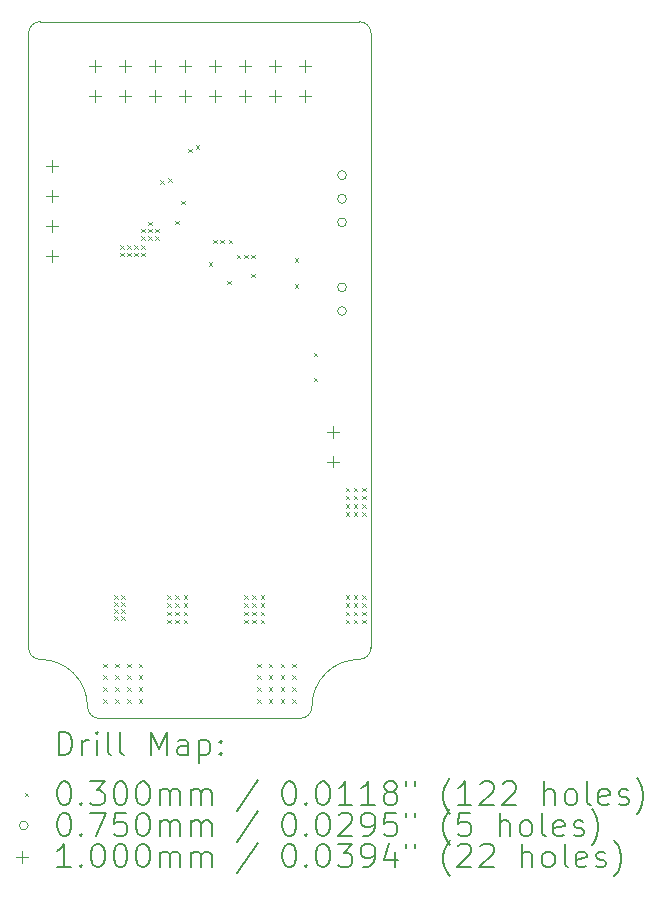
<source format=gbr>
%TF.GenerationSoftware,KiCad,Pcbnew,(6.0.9)*%
%TF.CreationDate,2022-12-02T21:40:30+00:00*%
%TF.ProjectId,PowerManagement,506f7765-724d-4616-9e61-67656d656e74,rev?*%
%TF.SameCoordinates,Original*%
%TF.FileFunction,Drillmap*%
%TF.FilePolarity,Positive*%
%FSLAX45Y45*%
G04 Gerber Fmt 4.5, Leading zero omitted, Abs format (unit mm)*
G04 Created by KiCad (PCBNEW (6.0.9)) date 2022-12-02 21:40:30*
%MOMM*%
%LPD*%
G01*
G04 APERTURE LIST*
%ADD10C,0.050000*%
%ADD11C,0.200000*%
%ADD12C,0.030000*%
%ADD13C,0.075000*%
%ADD14C,0.100000*%
G04 APERTURE END LIST*
D10*
X2150000Y-2050000D02*
X4850000Y-2050000D01*
X4950000Y-2150000D02*
X4950000Y-7350000D01*
X4350000Y-7950000D02*
X2650000Y-7950000D01*
X2050000Y-7350000D02*
X2050000Y-2150000D01*
X2150000Y-2050000D02*
G75*
G03*
X2050000Y-2150000I0J-100000D01*
G01*
X4950000Y-2150000D02*
G75*
G03*
X4850000Y-2050000I-100000J0D01*
G01*
X4350000Y-7950000D02*
G75*
G03*
X4450000Y-7850000I0J100000D01*
G01*
X2550000Y-7850000D02*
G75*
G03*
X2650000Y-7950000I100000J0D01*
G01*
X4850000Y-7450000D02*
G75*
G03*
X4950000Y-7350000I0J100000D01*
G01*
X2050000Y-7350000D02*
G75*
G03*
X2150000Y-7450000I100000J0D01*
G01*
X2550000Y-7850000D02*
G75*
G03*
X2150000Y-7450000I-400000J0D01*
G01*
X4850000Y-7450000D02*
G75*
G03*
X4450000Y-7850000I0J-400000D01*
G01*
D11*
D12*
X2685000Y-7485000D02*
X2715000Y-7515000D01*
X2715000Y-7485000D02*
X2685000Y-7515000D01*
X2685000Y-7585000D02*
X2715000Y-7615000D01*
X2715000Y-7585000D02*
X2685000Y-7615000D01*
X2685000Y-7685000D02*
X2715000Y-7715000D01*
X2715000Y-7685000D02*
X2685000Y-7715000D01*
X2685000Y-7785000D02*
X2715000Y-7815000D01*
X2715000Y-7785000D02*
X2685000Y-7815000D01*
X2775000Y-6905000D02*
X2805000Y-6935000D01*
X2805000Y-6905000D02*
X2775000Y-6935000D01*
X2775000Y-6965000D02*
X2805000Y-6995000D01*
X2805000Y-6965000D02*
X2775000Y-6995000D01*
X2775000Y-7025000D02*
X2805000Y-7055000D01*
X2805000Y-7025000D02*
X2775000Y-7055000D01*
X2775000Y-7085000D02*
X2805000Y-7115000D01*
X2805000Y-7085000D02*
X2775000Y-7115000D01*
X2785000Y-7485000D02*
X2815000Y-7515000D01*
X2815000Y-7485000D02*
X2785000Y-7515000D01*
X2785000Y-7585000D02*
X2815000Y-7615000D01*
X2815000Y-7585000D02*
X2785000Y-7615000D01*
X2785000Y-7685000D02*
X2815000Y-7715000D01*
X2815000Y-7685000D02*
X2785000Y-7715000D01*
X2785000Y-7785000D02*
X2815000Y-7815000D01*
X2815000Y-7785000D02*
X2785000Y-7815000D01*
X2825000Y-3945000D02*
X2855000Y-3975000D01*
X2855000Y-3945000D02*
X2825000Y-3975000D01*
X2825000Y-4005000D02*
X2855000Y-4035000D01*
X2855000Y-4005000D02*
X2825000Y-4035000D01*
X2835000Y-6905000D02*
X2865000Y-6935000D01*
X2865000Y-6905000D02*
X2835000Y-6935000D01*
X2835000Y-6965000D02*
X2865000Y-6995000D01*
X2865000Y-6965000D02*
X2835000Y-6995000D01*
X2835000Y-7025000D02*
X2865000Y-7055000D01*
X2865000Y-7025000D02*
X2835000Y-7055000D01*
X2835000Y-7085000D02*
X2865000Y-7115000D01*
X2865000Y-7085000D02*
X2835000Y-7115000D01*
X2885000Y-3945000D02*
X2915000Y-3975000D01*
X2915000Y-3945000D02*
X2885000Y-3975000D01*
X2885000Y-4005000D02*
X2915000Y-4035000D01*
X2915000Y-4005000D02*
X2885000Y-4035000D01*
X2885000Y-7485000D02*
X2915000Y-7515000D01*
X2915000Y-7485000D02*
X2885000Y-7515000D01*
X2885000Y-7585000D02*
X2915000Y-7615000D01*
X2915000Y-7585000D02*
X2885000Y-7615000D01*
X2885000Y-7685000D02*
X2915000Y-7715000D01*
X2915000Y-7685000D02*
X2885000Y-7715000D01*
X2885000Y-7785000D02*
X2915000Y-7815000D01*
X2915000Y-7785000D02*
X2885000Y-7815000D01*
X2945000Y-3945000D02*
X2975000Y-3975000D01*
X2975000Y-3945000D02*
X2945000Y-3975000D01*
X2945000Y-4005000D02*
X2975000Y-4035000D01*
X2975000Y-4005000D02*
X2945000Y-4035000D01*
X2985000Y-7485000D02*
X3015000Y-7515000D01*
X3015000Y-7485000D02*
X2985000Y-7515000D01*
X2985000Y-7585000D02*
X3015000Y-7615000D01*
X3015000Y-7585000D02*
X2985000Y-7615000D01*
X2985000Y-7685000D02*
X3015000Y-7715000D01*
X3015000Y-7685000D02*
X2985000Y-7715000D01*
X2985000Y-7785000D02*
X3015000Y-7815000D01*
X3015000Y-7785000D02*
X2985000Y-7815000D01*
X3005000Y-3805000D02*
X3035000Y-3835000D01*
X3035000Y-3805000D02*
X3005000Y-3835000D01*
X3005000Y-3865000D02*
X3035000Y-3895000D01*
X3035000Y-3865000D02*
X3005000Y-3895000D01*
X3005000Y-3945000D02*
X3035000Y-3975000D01*
X3035000Y-3945000D02*
X3005000Y-3975000D01*
X3005000Y-4005000D02*
X3035000Y-4035000D01*
X3035000Y-4005000D02*
X3005000Y-4035000D01*
X3065000Y-3745000D02*
X3095000Y-3775000D01*
X3095000Y-3745000D02*
X3065000Y-3775000D01*
X3065000Y-3805000D02*
X3095000Y-3835000D01*
X3095000Y-3805000D02*
X3065000Y-3835000D01*
X3065000Y-3865000D02*
X3095000Y-3895000D01*
X3095000Y-3865000D02*
X3065000Y-3895000D01*
X3125000Y-3805000D02*
X3155000Y-3835000D01*
X3155000Y-3805000D02*
X3125000Y-3835000D01*
X3125000Y-3865000D02*
X3155000Y-3895000D01*
X3155000Y-3865000D02*
X3125000Y-3895000D01*
X3165000Y-3395000D02*
X3195000Y-3425000D01*
X3195000Y-3395000D02*
X3165000Y-3425000D01*
X3225000Y-6905000D02*
X3255000Y-6935000D01*
X3255000Y-6905000D02*
X3225000Y-6935000D01*
X3225000Y-6975000D02*
X3255000Y-7005000D01*
X3255000Y-6975000D02*
X3225000Y-7005000D01*
X3225000Y-7045000D02*
X3255000Y-7075000D01*
X3255000Y-7045000D02*
X3225000Y-7075000D01*
X3225000Y-7115000D02*
X3255000Y-7145000D01*
X3255000Y-7115000D02*
X3225000Y-7145000D01*
X3235000Y-3375000D02*
X3265000Y-3405000D01*
X3265000Y-3375000D02*
X3235000Y-3405000D01*
X3295000Y-3735000D02*
X3325000Y-3765000D01*
X3325000Y-3735000D02*
X3295000Y-3765000D01*
X3295000Y-6905000D02*
X3325000Y-6935000D01*
X3325000Y-6905000D02*
X3295000Y-6935000D01*
X3295000Y-6975000D02*
X3325000Y-7005000D01*
X3325000Y-6975000D02*
X3295000Y-7005000D01*
X3295000Y-7045000D02*
X3325000Y-7075000D01*
X3325000Y-7045000D02*
X3295000Y-7075000D01*
X3295000Y-7115000D02*
X3325000Y-7145000D01*
X3325000Y-7115000D02*
X3295000Y-7145000D01*
X3345000Y-3565000D02*
X3375000Y-3595000D01*
X3375000Y-3565000D02*
X3345000Y-3595000D01*
X3365000Y-6905000D02*
X3395000Y-6935000D01*
X3395000Y-6905000D02*
X3365000Y-6935000D01*
X3365000Y-6975000D02*
X3395000Y-7005000D01*
X3395000Y-6975000D02*
X3365000Y-7005000D01*
X3365000Y-7045000D02*
X3395000Y-7075000D01*
X3395000Y-7045000D02*
X3365000Y-7075000D01*
X3365000Y-7115000D02*
X3395000Y-7145000D01*
X3395000Y-7115000D02*
X3365000Y-7145000D01*
X3405000Y-3125000D02*
X3435000Y-3155000D01*
X3435000Y-3125000D02*
X3405000Y-3155000D01*
X3465000Y-3095000D02*
X3495000Y-3125000D01*
X3495000Y-3095000D02*
X3465000Y-3125000D01*
X3575000Y-4085000D02*
X3605000Y-4115000D01*
X3605000Y-4085000D02*
X3575000Y-4115000D01*
X3615000Y-3895000D02*
X3645000Y-3925000D01*
X3645000Y-3895000D02*
X3615000Y-3925000D01*
X3675000Y-3895000D02*
X3705000Y-3925000D01*
X3705000Y-3895000D02*
X3675000Y-3925000D01*
X3735000Y-4245000D02*
X3765000Y-4275000D01*
X3765000Y-4245000D02*
X3735000Y-4275000D01*
X3745000Y-3895000D02*
X3775000Y-3925000D01*
X3775000Y-3895000D02*
X3745000Y-3925000D01*
X3815000Y-4025000D02*
X3845000Y-4055000D01*
X3845000Y-4025000D02*
X3815000Y-4055000D01*
X3875000Y-4025000D02*
X3905000Y-4055000D01*
X3905000Y-4025000D02*
X3875000Y-4055000D01*
X3875000Y-6905000D02*
X3905000Y-6935000D01*
X3905000Y-6905000D02*
X3875000Y-6935000D01*
X3875000Y-6975000D02*
X3905000Y-7005000D01*
X3905000Y-6975000D02*
X3875000Y-7005000D01*
X3875000Y-7045000D02*
X3905000Y-7075000D01*
X3905000Y-7045000D02*
X3875000Y-7075000D01*
X3875000Y-7115000D02*
X3905000Y-7145000D01*
X3905000Y-7115000D02*
X3875000Y-7145000D01*
X3935000Y-4025000D02*
X3965000Y-4055000D01*
X3965000Y-4025000D02*
X3935000Y-4055000D01*
X3935000Y-4185000D02*
X3965000Y-4215000D01*
X3965000Y-4185000D02*
X3935000Y-4215000D01*
X3945000Y-6905000D02*
X3975000Y-6935000D01*
X3975000Y-6905000D02*
X3945000Y-6935000D01*
X3945000Y-6975000D02*
X3975000Y-7005000D01*
X3975000Y-6975000D02*
X3945000Y-7005000D01*
X3945000Y-7045000D02*
X3975000Y-7075000D01*
X3975000Y-7045000D02*
X3945000Y-7075000D01*
X3945000Y-7115000D02*
X3975000Y-7145000D01*
X3975000Y-7115000D02*
X3945000Y-7145000D01*
X3985000Y-7485000D02*
X4015000Y-7515000D01*
X4015000Y-7485000D02*
X3985000Y-7515000D01*
X3985000Y-7585000D02*
X4015000Y-7615000D01*
X4015000Y-7585000D02*
X3985000Y-7615000D01*
X3985000Y-7685000D02*
X4015000Y-7715000D01*
X4015000Y-7685000D02*
X3985000Y-7715000D01*
X3985000Y-7785000D02*
X4015000Y-7815000D01*
X4015000Y-7785000D02*
X3985000Y-7815000D01*
X4015000Y-6905000D02*
X4045000Y-6935000D01*
X4045000Y-6905000D02*
X4015000Y-6935000D01*
X4015000Y-6975000D02*
X4045000Y-7005000D01*
X4045000Y-6975000D02*
X4015000Y-7005000D01*
X4015000Y-7045000D02*
X4045000Y-7075000D01*
X4045000Y-7045000D02*
X4015000Y-7075000D01*
X4015000Y-7115000D02*
X4045000Y-7145000D01*
X4045000Y-7115000D02*
X4015000Y-7145000D01*
X4085000Y-7485000D02*
X4115000Y-7515000D01*
X4115000Y-7485000D02*
X4085000Y-7515000D01*
X4085000Y-7585000D02*
X4115000Y-7615000D01*
X4115000Y-7585000D02*
X4085000Y-7615000D01*
X4085000Y-7685000D02*
X4115000Y-7715000D01*
X4115000Y-7685000D02*
X4085000Y-7715000D01*
X4085000Y-7785000D02*
X4115000Y-7815000D01*
X4115000Y-7785000D02*
X4085000Y-7815000D01*
X4185000Y-7485000D02*
X4215000Y-7515000D01*
X4215000Y-7485000D02*
X4185000Y-7515000D01*
X4185000Y-7585000D02*
X4215000Y-7615000D01*
X4215000Y-7585000D02*
X4185000Y-7615000D01*
X4185000Y-7685000D02*
X4215000Y-7715000D01*
X4215000Y-7685000D02*
X4185000Y-7715000D01*
X4185000Y-7785000D02*
X4215000Y-7815000D01*
X4215000Y-7785000D02*
X4185000Y-7815000D01*
X4285000Y-7485000D02*
X4315000Y-7515000D01*
X4315000Y-7485000D02*
X4285000Y-7515000D01*
X4285000Y-7585000D02*
X4315000Y-7615000D01*
X4315000Y-7585000D02*
X4285000Y-7615000D01*
X4285000Y-7685000D02*
X4315000Y-7715000D01*
X4315000Y-7685000D02*
X4285000Y-7715000D01*
X4285000Y-7785000D02*
X4315000Y-7815000D01*
X4315000Y-7785000D02*
X4285000Y-7815000D01*
X4305000Y-4055000D02*
X4335000Y-4085000D01*
X4335000Y-4055000D02*
X4305000Y-4085000D01*
X4305000Y-4275000D02*
X4335000Y-4305000D01*
X4335000Y-4275000D02*
X4305000Y-4305000D01*
X4465000Y-4855000D02*
X4495000Y-4885000D01*
X4495000Y-4855000D02*
X4465000Y-4885000D01*
X4465000Y-5065000D02*
X4495000Y-5095000D01*
X4495000Y-5065000D02*
X4465000Y-5095000D01*
X4735000Y-5995000D02*
X4765000Y-6025000D01*
X4765000Y-5995000D02*
X4735000Y-6025000D01*
X4735000Y-6065000D02*
X4765000Y-6095000D01*
X4765000Y-6065000D02*
X4735000Y-6095000D01*
X4735000Y-6135000D02*
X4765000Y-6165000D01*
X4765000Y-6135000D02*
X4735000Y-6165000D01*
X4735000Y-6205000D02*
X4765000Y-6235000D01*
X4765000Y-6205000D02*
X4735000Y-6235000D01*
X4735000Y-6905000D02*
X4765000Y-6935000D01*
X4765000Y-6905000D02*
X4735000Y-6935000D01*
X4735000Y-6975000D02*
X4765000Y-7005000D01*
X4765000Y-6975000D02*
X4735000Y-7005000D01*
X4735000Y-7045000D02*
X4765000Y-7075000D01*
X4765000Y-7045000D02*
X4735000Y-7075000D01*
X4735000Y-7115000D02*
X4765000Y-7145000D01*
X4765000Y-7115000D02*
X4735000Y-7145000D01*
X4805000Y-5995000D02*
X4835000Y-6025000D01*
X4835000Y-5995000D02*
X4805000Y-6025000D01*
X4805000Y-6065000D02*
X4835000Y-6095000D01*
X4835000Y-6065000D02*
X4805000Y-6095000D01*
X4805000Y-6135000D02*
X4835000Y-6165000D01*
X4835000Y-6135000D02*
X4805000Y-6165000D01*
X4805000Y-6205000D02*
X4835000Y-6235000D01*
X4835000Y-6205000D02*
X4805000Y-6235000D01*
X4805000Y-6905000D02*
X4835000Y-6935000D01*
X4835000Y-6905000D02*
X4805000Y-6935000D01*
X4805000Y-6975000D02*
X4835000Y-7005000D01*
X4835000Y-6975000D02*
X4805000Y-7005000D01*
X4805000Y-7045000D02*
X4835000Y-7075000D01*
X4835000Y-7045000D02*
X4805000Y-7075000D01*
X4805000Y-7115000D02*
X4835000Y-7145000D01*
X4835000Y-7115000D02*
X4805000Y-7145000D01*
X4875000Y-5995000D02*
X4905000Y-6025000D01*
X4905000Y-5995000D02*
X4875000Y-6025000D01*
X4875000Y-6065000D02*
X4905000Y-6095000D01*
X4905000Y-6065000D02*
X4875000Y-6095000D01*
X4875000Y-6135000D02*
X4905000Y-6165000D01*
X4905000Y-6135000D02*
X4875000Y-6165000D01*
X4875000Y-6205000D02*
X4905000Y-6235000D01*
X4905000Y-6205000D02*
X4875000Y-6235000D01*
X4875000Y-6905000D02*
X4905000Y-6935000D01*
X4905000Y-6905000D02*
X4875000Y-6935000D01*
X4875000Y-6975000D02*
X4905000Y-7005000D01*
X4905000Y-6975000D02*
X4875000Y-7005000D01*
X4875000Y-7045000D02*
X4905000Y-7075000D01*
X4905000Y-7045000D02*
X4875000Y-7075000D01*
X4875000Y-7115000D02*
X4905000Y-7145000D01*
X4905000Y-7115000D02*
X4875000Y-7145000D01*
D13*
X4742500Y-3350000D02*
G75*
G03*
X4742500Y-3350000I-37500J0D01*
G01*
X4742500Y-3550000D02*
G75*
G03*
X4742500Y-3550000I-37500J0D01*
G01*
X4742500Y-3750000D02*
G75*
G03*
X4742500Y-3750000I-37500J0D01*
G01*
X4742500Y-4300000D02*
G75*
G03*
X4742500Y-4300000I-37500J0D01*
G01*
X4742500Y-4500000D02*
G75*
G03*
X4742500Y-4500000I-37500J0D01*
G01*
D14*
X2250000Y-3220000D02*
X2250000Y-3320000D01*
X2200000Y-3270000D02*
X2300000Y-3270000D01*
X2250000Y-3474000D02*
X2250000Y-3574000D01*
X2200000Y-3524000D02*
X2300000Y-3524000D01*
X2250000Y-3728000D02*
X2250000Y-3828000D01*
X2200000Y-3778000D02*
X2300000Y-3778000D01*
X2250000Y-3982000D02*
X2250000Y-4082000D01*
X2200000Y-4032000D02*
X2300000Y-4032000D01*
X2611000Y-2373000D02*
X2611000Y-2473000D01*
X2561000Y-2423000D02*
X2661000Y-2423000D01*
X2611000Y-2627000D02*
X2611000Y-2727000D01*
X2561000Y-2677000D02*
X2661000Y-2677000D01*
X2865000Y-2373000D02*
X2865000Y-2473000D01*
X2815000Y-2423000D02*
X2915000Y-2423000D01*
X2865000Y-2627000D02*
X2865000Y-2727000D01*
X2815000Y-2677000D02*
X2915000Y-2677000D01*
X3119000Y-2373000D02*
X3119000Y-2473000D01*
X3069000Y-2423000D02*
X3169000Y-2423000D01*
X3119000Y-2627000D02*
X3119000Y-2727000D01*
X3069000Y-2677000D02*
X3169000Y-2677000D01*
X3373000Y-2373000D02*
X3373000Y-2473000D01*
X3323000Y-2423000D02*
X3423000Y-2423000D01*
X3373000Y-2627000D02*
X3373000Y-2727000D01*
X3323000Y-2677000D02*
X3423000Y-2677000D01*
X3627000Y-2373000D02*
X3627000Y-2473000D01*
X3577000Y-2423000D02*
X3677000Y-2423000D01*
X3627000Y-2627000D02*
X3627000Y-2727000D01*
X3577000Y-2677000D02*
X3677000Y-2677000D01*
X3881000Y-2373000D02*
X3881000Y-2473000D01*
X3831000Y-2423000D02*
X3931000Y-2423000D01*
X3881000Y-2627000D02*
X3881000Y-2727000D01*
X3831000Y-2677000D02*
X3931000Y-2677000D01*
X4135000Y-2373000D02*
X4135000Y-2473000D01*
X4085000Y-2423000D02*
X4185000Y-2423000D01*
X4135000Y-2627000D02*
X4135000Y-2727000D01*
X4085000Y-2677000D02*
X4185000Y-2677000D01*
X4389000Y-2373000D02*
X4389000Y-2473000D01*
X4339000Y-2423000D02*
X4439000Y-2423000D01*
X4389000Y-2627000D02*
X4389000Y-2727000D01*
X4339000Y-2677000D02*
X4439000Y-2677000D01*
X4627500Y-5475000D02*
X4627500Y-5575000D01*
X4577500Y-5525000D02*
X4677500Y-5525000D01*
X4627500Y-5725000D02*
X4627500Y-5825000D01*
X4577500Y-5775000D02*
X4677500Y-5775000D01*
D11*
X2305119Y-8262976D02*
X2305119Y-8062976D01*
X2352738Y-8062976D01*
X2381310Y-8072500D01*
X2400357Y-8091548D01*
X2409881Y-8110595D01*
X2419405Y-8148690D01*
X2419405Y-8177262D01*
X2409881Y-8215357D01*
X2400357Y-8234405D01*
X2381310Y-8253452D01*
X2352738Y-8262976D01*
X2305119Y-8262976D01*
X2505119Y-8262976D02*
X2505119Y-8129643D01*
X2505119Y-8167738D02*
X2514643Y-8148690D01*
X2524167Y-8139167D01*
X2543214Y-8129643D01*
X2562262Y-8129643D01*
X2628929Y-8262976D02*
X2628929Y-8129643D01*
X2628929Y-8062976D02*
X2619405Y-8072500D01*
X2628929Y-8082024D01*
X2638452Y-8072500D01*
X2628929Y-8062976D01*
X2628929Y-8082024D01*
X2752738Y-8262976D02*
X2733690Y-8253452D01*
X2724167Y-8234405D01*
X2724167Y-8062976D01*
X2857500Y-8262976D02*
X2838452Y-8253452D01*
X2828928Y-8234405D01*
X2828928Y-8062976D01*
X3086071Y-8262976D02*
X3086071Y-8062976D01*
X3152738Y-8205833D01*
X3219405Y-8062976D01*
X3219405Y-8262976D01*
X3400357Y-8262976D02*
X3400357Y-8158214D01*
X3390833Y-8139167D01*
X3371786Y-8129643D01*
X3333690Y-8129643D01*
X3314643Y-8139167D01*
X3400357Y-8253452D02*
X3381309Y-8262976D01*
X3333690Y-8262976D01*
X3314643Y-8253452D01*
X3305119Y-8234405D01*
X3305119Y-8215357D01*
X3314643Y-8196309D01*
X3333690Y-8186786D01*
X3381309Y-8186786D01*
X3400357Y-8177262D01*
X3495595Y-8129643D02*
X3495595Y-8329643D01*
X3495595Y-8139167D02*
X3514643Y-8129643D01*
X3552738Y-8129643D01*
X3571786Y-8139167D01*
X3581309Y-8148690D01*
X3590833Y-8167738D01*
X3590833Y-8224881D01*
X3581309Y-8243928D01*
X3571786Y-8253452D01*
X3552738Y-8262976D01*
X3514643Y-8262976D01*
X3495595Y-8253452D01*
X3676548Y-8243928D02*
X3686071Y-8253452D01*
X3676548Y-8262976D01*
X3667024Y-8253452D01*
X3676548Y-8243928D01*
X3676548Y-8262976D01*
X3676548Y-8139167D02*
X3686071Y-8148690D01*
X3676548Y-8158214D01*
X3667024Y-8148690D01*
X3676548Y-8139167D01*
X3676548Y-8158214D01*
D12*
X2017500Y-8577500D02*
X2047500Y-8607500D01*
X2047500Y-8577500D02*
X2017500Y-8607500D01*
D11*
X2343214Y-8482976D02*
X2362262Y-8482976D01*
X2381310Y-8492500D01*
X2390833Y-8502024D01*
X2400357Y-8521071D01*
X2409881Y-8559167D01*
X2409881Y-8606786D01*
X2400357Y-8644881D01*
X2390833Y-8663929D01*
X2381310Y-8673452D01*
X2362262Y-8682976D01*
X2343214Y-8682976D01*
X2324167Y-8673452D01*
X2314643Y-8663929D01*
X2305119Y-8644881D01*
X2295595Y-8606786D01*
X2295595Y-8559167D01*
X2305119Y-8521071D01*
X2314643Y-8502024D01*
X2324167Y-8492500D01*
X2343214Y-8482976D01*
X2495595Y-8663929D02*
X2505119Y-8673452D01*
X2495595Y-8682976D01*
X2486071Y-8673452D01*
X2495595Y-8663929D01*
X2495595Y-8682976D01*
X2571786Y-8482976D02*
X2695595Y-8482976D01*
X2628929Y-8559167D01*
X2657500Y-8559167D01*
X2676548Y-8568690D01*
X2686071Y-8578214D01*
X2695595Y-8597262D01*
X2695595Y-8644881D01*
X2686071Y-8663929D01*
X2676548Y-8673452D01*
X2657500Y-8682976D01*
X2600357Y-8682976D01*
X2581310Y-8673452D01*
X2571786Y-8663929D01*
X2819405Y-8482976D02*
X2838452Y-8482976D01*
X2857500Y-8492500D01*
X2867024Y-8502024D01*
X2876548Y-8521071D01*
X2886071Y-8559167D01*
X2886071Y-8606786D01*
X2876548Y-8644881D01*
X2867024Y-8663929D01*
X2857500Y-8673452D01*
X2838452Y-8682976D01*
X2819405Y-8682976D01*
X2800357Y-8673452D01*
X2790833Y-8663929D01*
X2781310Y-8644881D01*
X2771786Y-8606786D01*
X2771786Y-8559167D01*
X2781310Y-8521071D01*
X2790833Y-8502024D01*
X2800357Y-8492500D01*
X2819405Y-8482976D01*
X3009881Y-8482976D02*
X3028928Y-8482976D01*
X3047976Y-8492500D01*
X3057500Y-8502024D01*
X3067024Y-8521071D01*
X3076548Y-8559167D01*
X3076548Y-8606786D01*
X3067024Y-8644881D01*
X3057500Y-8663929D01*
X3047976Y-8673452D01*
X3028928Y-8682976D01*
X3009881Y-8682976D01*
X2990833Y-8673452D01*
X2981309Y-8663929D01*
X2971786Y-8644881D01*
X2962262Y-8606786D01*
X2962262Y-8559167D01*
X2971786Y-8521071D01*
X2981309Y-8502024D01*
X2990833Y-8492500D01*
X3009881Y-8482976D01*
X3162262Y-8682976D02*
X3162262Y-8549643D01*
X3162262Y-8568690D02*
X3171786Y-8559167D01*
X3190833Y-8549643D01*
X3219405Y-8549643D01*
X3238452Y-8559167D01*
X3247976Y-8578214D01*
X3247976Y-8682976D01*
X3247976Y-8578214D02*
X3257500Y-8559167D01*
X3276548Y-8549643D01*
X3305119Y-8549643D01*
X3324167Y-8559167D01*
X3333690Y-8578214D01*
X3333690Y-8682976D01*
X3428928Y-8682976D02*
X3428928Y-8549643D01*
X3428928Y-8568690D02*
X3438452Y-8559167D01*
X3457500Y-8549643D01*
X3486071Y-8549643D01*
X3505119Y-8559167D01*
X3514643Y-8578214D01*
X3514643Y-8682976D01*
X3514643Y-8578214D02*
X3524167Y-8559167D01*
X3543214Y-8549643D01*
X3571786Y-8549643D01*
X3590833Y-8559167D01*
X3600357Y-8578214D01*
X3600357Y-8682976D01*
X3990833Y-8473452D02*
X3819405Y-8730595D01*
X4247976Y-8482976D02*
X4267024Y-8482976D01*
X4286071Y-8492500D01*
X4295595Y-8502024D01*
X4305119Y-8521071D01*
X4314643Y-8559167D01*
X4314643Y-8606786D01*
X4305119Y-8644881D01*
X4295595Y-8663929D01*
X4286071Y-8673452D01*
X4267024Y-8682976D01*
X4247976Y-8682976D01*
X4228929Y-8673452D01*
X4219405Y-8663929D01*
X4209881Y-8644881D01*
X4200357Y-8606786D01*
X4200357Y-8559167D01*
X4209881Y-8521071D01*
X4219405Y-8502024D01*
X4228929Y-8492500D01*
X4247976Y-8482976D01*
X4400357Y-8663929D02*
X4409881Y-8673452D01*
X4400357Y-8682976D01*
X4390833Y-8673452D01*
X4400357Y-8663929D01*
X4400357Y-8682976D01*
X4533690Y-8482976D02*
X4552738Y-8482976D01*
X4571786Y-8492500D01*
X4581310Y-8502024D01*
X4590833Y-8521071D01*
X4600357Y-8559167D01*
X4600357Y-8606786D01*
X4590833Y-8644881D01*
X4581310Y-8663929D01*
X4571786Y-8673452D01*
X4552738Y-8682976D01*
X4533690Y-8682976D01*
X4514643Y-8673452D01*
X4505119Y-8663929D01*
X4495595Y-8644881D01*
X4486071Y-8606786D01*
X4486071Y-8559167D01*
X4495595Y-8521071D01*
X4505119Y-8502024D01*
X4514643Y-8492500D01*
X4533690Y-8482976D01*
X4790833Y-8682976D02*
X4676548Y-8682976D01*
X4733690Y-8682976D02*
X4733690Y-8482976D01*
X4714643Y-8511548D01*
X4695595Y-8530595D01*
X4676548Y-8540119D01*
X4981310Y-8682976D02*
X4867024Y-8682976D01*
X4924167Y-8682976D02*
X4924167Y-8482976D01*
X4905119Y-8511548D01*
X4886071Y-8530595D01*
X4867024Y-8540119D01*
X5095595Y-8568690D02*
X5076548Y-8559167D01*
X5067024Y-8549643D01*
X5057500Y-8530595D01*
X5057500Y-8521071D01*
X5067024Y-8502024D01*
X5076548Y-8492500D01*
X5095595Y-8482976D01*
X5133690Y-8482976D01*
X5152738Y-8492500D01*
X5162262Y-8502024D01*
X5171786Y-8521071D01*
X5171786Y-8530595D01*
X5162262Y-8549643D01*
X5152738Y-8559167D01*
X5133690Y-8568690D01*
X5095595Y-8568690D01*
X5076548Y-8578214D01*
X5067024Y-8587738D01*
X5057500Y-8606786D01*
X5057500Y-8644881D01*
X5067024Y-8663929D01*
X5076548Y-8673452D01*
X5095595Y-8682976D01*
X5133690Y-8682976D01*
X5152738Y-8673452D01*
X5162262Y-8663929D01*
X5171786Y-8644881D01*
X5171786Y-8606786D01*
X5162262Y-8587738D01*
X5152738Y-8578214D01*
X5133690Y-8568690D01*
X5247976Y-8482976D02*
X5247976Y-8521071D01*
X5324167Y-8482976D02*
X5324167Y-8521071D01*
X5619405Y-8759167D02*
X5609881Y-8749643D01*
X5590833Y-8721071D01*
X5581310Y-8702024D01*
X5571786Y-8673452D01*
X5562262Y-8625833D01*
X5562262Y-8587738D01*
X5571786Y-8540119D01*
X5581310Y-8511548D01*
X5590833Y-8492500D01*
X5609881Y-8463929D01*
X5619405Y-8454405D01*
X5800357Y-8682976D02*
X5686071Y-8682976D01*
X5743214Y-8682976D02*
X5743214Y-8482976D01*
X5724167Y-8511548D01*
X5705119Y-8530595D01*
X5686071Y-8540119D01*
X5876548Y-8502024D02*
X5886071Y-8492500D01*
X5905119Y-8482976D01*
X5952738Y-8482976D01*
X5971786Y-8492500D01*
X5981309Y-8502024D01*
X5990833Y-8521071D01*
X5990833Y-8540119D01*
X5981309Y-8568690D01*
X5867024Y-8682976D01*
X5990833Y-8682976D01*
X6067024Y-8502024D02*
X6076548Y-8492500D01*
X6095595Y-8482976D01*
X6143214Y-8482976D01*
X6162262Y-8492500D01*
X6171786Y-8502024D01*
X6181309Y-8521071D01*
X6181309Y-8540119D01*
X6171786Y-8568690D01*
X6057500Y-8682976D01*
X6181309Y-8682976D01*
X6419405Y-8682976D02*
X6419405Y-8482976D01*
X6505119Y-8682976D02*
X6505119Y-8578214D01*
X6495595Y-8559167D01*
X6476548Y-8549643D01*
X6447976Y-8549643D01*
X6428928Y-8559167D01*
X6419405Y-8568690D01*
X6628928Y-8682976D02*
X6609881Y-8673452D01*
X6600357Y-8663929D01*
X6590833Y-8644881D01*
X6590833Y-8587738D01*
X6600357Y-8568690D01*
X6609881Y-8559167D01*
X6628928Y-8549643D01*
X6657500Y-8549643D01*
X6676548Y-8559167D01*
X6686071Y-8568690D01*
X6695595Y-8587738D01*
X6695595Y-8644881D01*
X6686071Y-8663929D01*
X6676548Y-8673452D01*
X6657500Y-8682976D01*
X6628928Y-8682976D01*
X6809881Y-8682976D02*
X6790833Y-8673452D01*
X6781309Y-8654405D01*
X6781309Y-8482976D01*
X6962262Y-8673452D02*
X6943214Y-8682976D01*
X6905119Y-8682976D01*
X6886071Y-8673452D01*
X6876548Y-8654405D01*
X6876548Y-8578214D01*
X6886071Y-8559167D01*
X6905119Y-8549643D01*
X6943214Y-8549643D01*
X6962262Y-8559167D01*
X6971786Y-8578214D01*
X6971786Y-8597262D01*
X6876548Y-8616310D01*
X7047976Y-8673452D02*
X7067024Y-8682976D01*
X7105119Y-8682976D01*
X7124167Y-8673452D01*
X7133690Y-8654405D01*
X7133690Y-8644881D01*
X7124167Y-8625833D01*
X7105119Y-8616310D01*
X7076548Y-8616310D01*
X7057500Y-8606786D01*
X7047976Y-8587738D01*
X7047976Y-8578214D01*
X7057500Y-8559167D01*
X7076548Y-8549643D01*
X7105119Y-8549643D01*
X7124167Y-8559167D01*
X7200357Y-8759167D02*
X7209881Y-8749643D01*
X7228928Y-8721071D01*
X7238452Y-8702024D01*
X7247976Y-8673452D01*
X7257500Y-8625833D01*
X7257500Y-8587738D01*
X7247976Y-8540119D01*
X7238452Y-8511548D01*
X7228928Y-8492500D01*
X7209881Y-8463929D01*
X7200357Y-8454405D01*
D13*
X2047500Y-8856500D02*
G75*
G03*
X2047500Y-8856500I-37500J0D01*
G01*
D11*
X2343214Y-8746976D02*
X2362262Y-8746976D01*
X2381310Y-8756500D01*
X2390833Y-8766024D01*
X2400357Y-8785071D01*
X2409881Y-8823167D01*
X2409881Y-8870786D01*
X2400357Y-8908881D01*
X2390833Y-8927929D01*
X2381310Y-8937452D01*
X2362262Y-8946976D01*
X2343214Y-8946976D01*
X2324167Y-8937452D01*
X2314643Y-8927929D01*
X2305119Y-8908881D01*
X2295595Y-8870786D01*
X2295595Y-8823167D01*
X2305119Y-8785071D01*
X2314643Y-8766024D01*
X2324167Y-8756500D01*
X2343214Y-8746976D01*
X2495595Y-8927929D02*
X2505119Y-8937452D01*
X2495595Y-8946976D01*
X2486071Y-8937452D01*
X2495595Y-8927929D01*
X2495595Y-8946976D01*
X2571786Y-8746976D02*
X2705119Y-8746976D01*
X2619405Y-8946976D01*
X2876548Y-8746976D02*
X2781310Y-8746976D01*
X2771786Y-8842214D01*
X2781310Y-8832690D01*
X2800357Y-8823167D01*
X2847976Y-8823167D01*
X2867024Y-8832690D01*
X2876548Y-8842214D01*
X2886071Y-8861262D01*
X2886071Y-8908881D01*
X2876548Y-8927929D01*
X2867024Y-8937452D01*
X2847976Y-8946976D01*
X2800357Y-8946976D01*
X2781310Y-8937452D01*
X2771786Y-8927929D01*
X3009881Y-8746976D02*
X3028928Y-8746976D01*
X3047976Y-8756500D01*
X3057500Y-8766024D01*
X3067024Y-8785071D01*
X3076548Y-8823167D01*
X3076548Y-8870786D01*
X3067024Y-8908881D01*
X3057500Y-8927929D01*
X3047976Y-8937452D01*
X3028928Y-8946976D01*
X3009881Y-8946976D01*
X2990833Y-8937452D01*
X2981309Y-8927929D01*
X2971786Y-8908881D01*
X2962262Y-8870786D01*
X2962262Y-8823167D01*
X2971786Y-8785071D01*
X2981309Y-8766024D01*
X2990833Y-8756500D01*
X3009881Y-8746976D01*
X3162262Y-8946976D02*
X3162262Y-8813643D01*
X3162262Y-8832690D02*
X3171786Y-8823167D01*
X3190833Y-8813643D01*
X3219405Y-8813643D01*
X3238452Y-8823167D01*
X3247976Y-8842214D01*
X3247976Y-8946976D01*
X3247976Y-8842214D02*
X3257500Y-8823167D01*
X3276548Y-8813643D01*
X3305119Y-8813643D01*
X3324167Y-8823167D01*
X3333690Y-8842214D01*
X3333690Y-8946976D01*
X3428928Y-8946976D02*
X3428928Y-8813643D01*
X3428928Y-8832690D02*
X3438452Y-8823167D01*
X3457500Y-8813643D01*
X3486071Y-8813643D01*
X3505119Y-8823167D01*
X3514643Y-8842214D01*
X3514643Y-8946976D01*
X3514643Y-8842214D02*
X3524167Y-8823167D01*
X3543214Y-8813643D01*
X3571786Y-8813643D01*
X3590833Y-8823167D01*
X3600357Y-8842214D01*
X3600357Y-8946976D01*
X3990833Y-8737452D02*
X3819405Y-8994595D01*
X4247976Y-8746976D02*
X4267024Y-8746976D01*
X4286071Y-8756500D01*
X4295595Y-8766024D01*
X4305119Y-8785071D01*
X4314643Y-8823167D01*
X4314643Y-8870786D01*
X4305119Y-8908881D01*
X4295595Y-8927929D01*
X4286071Y-8937452D01*
X4267024Y-8946976D01*
X4247976Y-8946976D01*
X4228929Y-8937452D01*
X4219405Y-8927929D01*
X4209881Y-8908881D01*
X4200357Y-8870786D01*
X4200357Y-8823167D01*
X4209881Y-8785071D01*
X4219405Y-8766024D01*
X4228929Y-8756500D01*
X4247976Y-8746976D01*
X4400357Y-8927929D02*
X4409881Y-8937452D01*
X4400357Y-8946976D01*
X4390833Y-8937452D01*
X4400357Y-8927929D01*
X4400357Y-8946976D01*
X4533690Y-8746976D02*
X4552738Y-8746976D01*
X4571786Y-8756500D01*
X4581310Y-8766024D01*
X4590833Y-8785071D01*
X4600357Y-8823167D01*
X4600357Y-8870786D01*
X4590833Y-8908881D01*
X4581310Y-8927929D01*
X4571786Y-8937452D01*
X4552738Y-8946976D01*
X4533690Y-8946976D01*
X4514643Y-8937452D01*
X4505119Y-8927929D01*
X4495595Y-8908881D01*
X4486071Y-8870786D01*
X4486071Y-8823167D01*
X4495595Y-8785071D01*
X4505119Y-8766024D01*
X4514643Y-8756500D01*
X4533690Y-8746976D01*
X4676548Y-8766024D02*
X4686071Y-8756500D01*
X4705119Y-8746976D01*
X4752738Y-8746976D01*
X4771786Y-8756500D01*
X4781310Y-8766024D01*
X4790833Y-8785071D01*
X4790833Y-8804119D01*
X4781310Y-8832690D01*
X4667024Y-8946976D01*
X4790833Y-8946976D01*
X4886071Y-8946976D02*
X4924167Y-8946976D01*
X4943214Y-8937452D01*
X4952738Y-8927929D01*
X4971786Y-8899357D01*
X4981310Y-8861262D01*
X4981310Y-8785071D01*
X4971786Y-8766024D01*
X4962262Y-8756500D01*
X4943214Y-8746976D01*
X4905119Y-8746976D01*
X4886071Y-8756500D01*
X4876548Y-8766024D01*
X4867024Y-8785071D01*
X4867024Y-8832690D01*
X4876548Y-8851738D01*
X4886071Y-8861262D01*
X4905119Y-8870786D01*
X4943214Y-8870786D01*
X4962262Y-8861262D01*
X4971786Y-8851738D01*
X4981310Y-8832690D01*
X5162262Y-8746976D02*
X5067024Y-8746976D01*
X5057500Y-8842214D01*
X5067024Y-8832690D01*
X5086071Y-8823167D01*
X5133690Y-8823167D01*
X5152738Y-8832690D01*
X5162262Y-8842214D01*
X5171786Y-8861262D01*
X5171786Y-8908881D01*
X5162262Y-8927929D01*
X5152738Y-8937452D01*
X5133690Y-8946976D01*
X5086071Y-8946976D01*
X5067024Y-8937452D01*
X5057500Y-8927929D01*
X5247976Y-8746976D02*
X5247976Y-8785071D01*
X5324167Y-8746976D02*
X5324167Y-8785071D01*
X5619405Y-9023167D02*
X5609881Y-9013643D01*
X5590833Y-8985071D01*
X5581310Y-8966024D01*
X5571786Y-8937452D01*
X5562262Y-8889833D01*
X5562262Y-8851738D01*
X5571786Y-8804119D01*
X5581310Y-8775548D01*
X5590833Y-8756500D01*
X5609881Y-8727929D01*
X5619405Y-8718405D01*
X5790833Y-8746976D02*
X5695595Y-8746976D01*
X5686071Y-8842214D01*
X5695595Y-8832690D01*
X5714643Y-8823167D01*
X5762262Y-8823167D01*
X5781309Y-8832690D01*
X5790833Y-8842214D01*
X5800357Y-8861262D01*
X5800357Y-8908881D01*
X5790833Y-8927929D01*
X5781309Y-8937452D01*
X5762262Y-8946976D01*
X5714643Y-8946976D01*
X5695595Y-8937452D01*
X5686071Y-8927929D01*
X6038452Y-8946976D02*
X6038452Y-8746976D01*
X6124167Y-8946976D02*
X6124167Y-8842214D01*
X6114643Y-8823167D01*
X6095595Y-8813643D01*
X6067024Y-8813643D01*
X6047976Y-8823167D01*
X6038452Y-8832690D01*
X6247976Y-8946976D02*
X6228928Y-8937452D01*
X6219405Y-8927929D01*
X6209881Y-8908881D01*
X6209881Y-8851738D01*
X6219405Y-8832690D01*
X6228928Y-8823167D01*
X6247976Y-8813643D01*
X6276548Y-8813643D01*
X6295595Y-8823167D01*
X6305119Y-8832690D01*
X6314643Y-8851738D01*
X6314643Y-8908881D01*
X6305119Y-8927929D01*
X6295595Y-8937452D01*
X6276548Y-8946976D01*
X6247976Y-8946976D01*
X6428928Y-8946976D02*
X6409881Y-8937452D01*
X6400357Y-8918405D01*
X6400357Y-8746976D01*
X6581309Y-8937452D02*
X6562262Y-8946976D01*
X6524167Y-8946976D01*
X6505119Y-8937452D01*
X6495595Y-8918405D01*
X6495595Y-8842214D01*
X6505119Y-8823167D01*
X6524167Y-8813643D01*
X6562262Y-8813643D01*
X6581309Y-8823167D01*
X6590833Y-8842214D01*
X6590833Y-8861262D01*
X6495595Y-8880310D01*
X6667024Y-8937452D02*
X6686071Y-8946976D01*
X6724167Y-8946976D01*
X6743214Y-8937452D01*
X6752738Y-8918405D01*
X6752738Y-8908881D01*
X6743214Y-8889833D01*
X6724167Y-8880310D01*
X6695595Y-8880310D01*
X6676548Y-8870786D01*
X6667024Y-8851738D01*
X6667024Y-8842214D01*
X6676548Y-8823167D01*
X6695595Y-8813643D01*
X6724167Y-8813643D01*
X6743214Y-8823167D01*
X6819405Y-9023167D02*
X6828928Y-9013643D01*
X6847976Y-8985071D01*
X6857500Y-8966024D01*
X6867024Y-8937452D01*
X6876548Y-8889833D01*
X6876548Y-8851738D01*
X6867024Y-8804119D01*
X6857500Y-8775548D01*
X6847976Y-8756500D01*
X6828928Y-8727929D01*
X6819405Y-8718405D01*
D14*
X1997500Y-9070500D02*
X1997500Y-9170500D01*
X1947500Y-9120500D02*
X2047500Y-9120500D01*
D11*
X2409881Y-9210976D02*
X2295595Y-9210976D01*
X2352738Y-9210976D02*
X2352738Y-9010976D01*
X2333690Y-9039548D01*
X2314643Y-9058595D01*
X2295595Y-9068119D01*
X2495595Y-9191929D02*
X2505119Y-9201452D01*
X2495595Y-9210976D01*
X2486071Y-9201452D01*
X2495595Y-9191929D01*
X2495595Y-9210976D01*
X2628929Y-9010976D02*
X2647976Y-9010976D01*
X2667024Y-9020500D01*
X2676548Y-9030024D01*
X2686071Y-9049071D01*
X2695595Y-9087167D01*
X2695595Y-9134786D01*
X2686071Y-9172881D01*
X2676548Y-9191929D01*
X2667024Y-9201452D01*
X2647976Y-9210976D01*
X2628929Y-9210976D01*
X2609881Y-9201452D01*
X2600357Y-9191929D01*
X2590833Y-9172881D01*
X2581310Y-9134786D01*
X2581310Y-9087167D01*
X2590833Y-9049071D01*
X2600357Y-9030024D01*
X2609881Y-9020500D01*
X2628929Y-9010976D01*
X2819405Y-9010976D02*
X2838452Y-9010976D01*
X2857500Y-9020500D01*
X2867024Y-9030024D01*
X2876548Y-9049071D01*
X2886071Y-9087167D01*
X2886071Y-9134786D01*
X2876548Y-9172881D01*
X2867024Y-9191929D01*
X2857500Y-9201452D01*
X2838452Y-9210976D01*
X2819405Y-9210976D01*
X2800357Y-9201452D01*
X2790833Y-9191929D01*
X2781310Y-9172881D01*
X2771786Y-9134786D01*
X2771786Y-9087167D01*
X2781310Y-9049071D01*
X2790833Y-9030024D01*
X2800357Y-9020500D01*
X2819405Y-9010976D01*
X3009881Y-9010976D02*
X3028928Y-9010976D01*
X3047976Y-9020500D01*
X3057500Y-9030024D01*
X3067024Y-9049071D01*
X3076548Y-9087167D01*
X3076548Y-9134786D01*
X3067024Y-9172881D01*
X3057500Y-9191929D01*
X3047976Y-9201452D01*
X3028928Y-9210976D01*
X3009881Y-9210976D01*
X2990833Y-9201452D01*
X2981309Y-9191929D01*
X2971786Y-9172881D01*
X2962262Y-9134786D01*
X2962262Y-9087167D01*
X2971786Y-9049071D01*
X2981309Y-9030024D01*
X2990833Y-9020500D01*
X3009881Y-9010976D01*
X3162262Y-9210976D02*
X3162262Y-9077643D01*
X3162262Y-9096690D02*
X3171786Y-9087167D01*
X3190833Y-9077643D01*
X3219405Y-9077643D01*
X3238452Y-9087167D01*
X3247976Y-9106214D01*
X3247976Y-9210976D01*
X3247976Y-9106214D02*
X3257500Y-9087167D01*
X3276548Y-9077643D01*
X3305119Y-9077643D01*
X3324167Y-9087167D01*
X3333690Y-9106214D01*
X3333690Y-9210976D01*
X3428928Y-9210976D02*
X3428928Y-9077643D01*
X3428928Y-9096690D02*
X3438452Y-9087167D01*
X3457500Y-9077643D01*
X3486071Y-9077643D01*
X3505119Y-9087167D01*
X3514643Y-9106214D01*
X3514643Y-9210976D01*
X3514643Y-9106214D02*
X3524167Y-9087167D01*
X3543214Y-9077643D01*
X3571786Y-9077643D01*
X3590833Y-9087167D01*
X3600357Y-9106214D01*
X3600357Y-9210976D01*
X3990833Y-9001452D02*
X3819405Y-9258595D01*
X4247976Y-9010976D02*
X4267024Y-9010976D01*
X4286071Y-9020500D01*
X4295595Y-9030024D01*
X4305119Y-9049071D01*
X4314643Y-9087167D01*
X4314643Y-9134786D01*
X4305119Y-9172881D01*
X4295595Y-9191929D01*
X4286071Y-9201452D01*
X4267024Y-9210976D01*
X4247976Y-9210976D01*
X4228929Y-9201452D01*
X4219405Y-9191929D01*
X4209881Y-9172881D01*
X4200357Y-9134786D01*
X4200357Y-9087167D01*
X4209881Y-9049071D01*
X4219405Y-9030024D01*
X4228929Y-9020500D01*
X4247976Y-9010976D01*
X4400357Y-9191929D02*
X4409881Y-9201452D01*
X4400357Y-9210976D01*
X4390833Y-9201452D01*
X4400357Y-9191929D01*
X4400357Y-9210976D01*
X4533690Y-9010976D02*
X4552738Y-9010976D01*
X4571786Y-9020500D01*
X4581310Y-9030024D01*
X4590833Y-9049071D01*
X4600357Y-9087167D01*
X4600357Y-9134786D01*
X4590833Y-9172881D01*
X4581310Y-9191929D01*
X4571786Y-9201452D01*
X4552738Y-9210976D01*
X4533690Y-9210976D01*
X4514643Y-9201452D01*
X4505119Y-9191929D01*
X4495595Y-9172881D01*
X4486071Y-9134786D01*
X4486071Y-9087167D01*
X4495595Y-9049071D01*
X4505119Y-9030024D01*
X4514643Y-9020500D01*
X4533690Y-9010976D01*
X4667024Y-9010976D02*
X4790833Y-9010976D01*
X4724167Y-9087167D01*
X4752738Y-9087167D01*
X4771786Y-9096690D01*
X4781310Y-9106214D01*
X4790833Y-9125262D01*
X4790833Y-9172881D01*
X4781310Y-9191929D01*
X4771786Y-9201452D01*
X4752738Y-9210976D01*
X4695595Y-9210976D01*
X4676548Y-9201452D01*
X4667024Y-9191929D01*
X4886071Y-9210976D02*
X4924167Y-9210976D01*
X4943214Y-9201452D01*
X4952738Y-9191929D01*
X4971786Y-9163357D01*
X4981310Y-9125262D01*
X4981310Y-9049071D01*
X4971786Y-9030024D01*
X4962262Y-9020500D01*
X4943214Y-9010976D01*
X4905119Y-9010976D01*
X4886071Y-9020500D01*
X4876548Y-9030024D01*
X4867024Y-9049071D01*
X4867024Y-9096690D01*
X4876548Y-9115738D01*
X4886071Y-9125262D01*
X4905119Y-9134786D01*
X4943214Y-9134786D01*
X4962262Y-9125262D01*
X4971786Y-9115738D01*
X4981310Y-9096690D01*
X5152738Y-9077643D02*
X5152738Y-9210976D01*
X5105119Y-9001452D02*
X5057500Y-9144310D01*
X5181310Y-9144310D01*
X5247976Y-9010976D02*
X5247976Y-9049071D01*
X5324167Y-9010976D02*
X5324167Y-9049071D01*
X5619405Y-9287167D02*
X5609881Y-9277643D01*
X5590833Y-9249071D01*
X5581310Y-9230024D01*
X5571786Y-9201452D01*
X5562262Y-9153833D01*
X5562262Y-9115738D01*
X5571786Y-9068119D01*
X5581310Y-9039548D01*
X5590833Y-9020500D01*
X5609881Y-8991929D01*
X5619405Y-8982405D01*
X5686071Y-9030024D02*
X5695595Y-9020500D01*
X5714643Y-9010976D01*
X5762262Y-9010976D01*
X5781309Y-9020500D01*
X5790833Y-9030024D01*
X5800357Y-9049071D01*
X5800357Y-9068119D01*
X5790833Y-9096690D01*
X5676548Y-9210976D01*
X5800357Y-9210976D01*
X5876548Y-9030024D02*
X5886071Y-9020500D01*
X5905119Y-9010976D01*
X5952738Y-9010976D01*
X5971786Y-9020500D01*
X5981309Y-9030024D01*
X5990833Y-9049071D01*
X5990833Y-9068119D01*
X5981309Y-9096690D01*
X5867024Y-9210976D01*
X5990833Y-9210976D01*
X6228928Y-9210976D02*
X6228928Y-9010976D01*
X6314643Y-9210976D02*
X6314643Y-9106214D01*
X6305119Y-9087167D01*
X6286071Y-9077643D01*
X6257500Y-9077643D01*
X6238452Y-9087167D01*
X6228928Y-9096690D01*
X6438452Y-9210976D02*
X6419405Y-9201452D01*
X6409881Y-9191929D01*
X6400357Y-9172881D01*
X6400357Y-9115738D01*
X6409881Y-9096690D01*
X6419405Y-9087167D01*
X6438452Y-9077643D01*
X6467024Y-9077643D01*
X6486071Y-9087167D01*
X6495595Y-9096690D01*
X6505119Y-9115738D01*
X6505119Y-9172881D01*
X6495595Y-9191929D01*
X6486071Y-9201452D01*
X6467024Y-9210976D01*
X6438452Y-9210976D01*
X6619405Y-9210976D02*
X6600357Y-9201452D01*
X6590833Y-9182405D01*
X6590833Y-9010976D01*
X6771786Y-9201452D02*
X6752738Y-9210976D01*
X6714643Y-9210976D01*
X6695595Y-9201452D01*
X6686071Y-9182405D01*
X6686071Y-9106214D01*
X6695595Y-9087167D01*
X6714643Y-9077643D01*
X6752738Y-9077643D01*
X6771786Y-9087167D01*
X6781309Y-9106214D01*
X6781309Y-9125262D01*
X6686071Y-9144310D01*
X6857500Y-9201452D02*
X6876548Y-9210976D01*
X6914643Y-9210976D01*
X6933690Y-9201452D01*
X6943214Y-9182405D01*
X6943214Y-9172881D01*
X6933690Y-9153833D01*
X6914643Y-9144310D01*
X6886071Y-9144310D01*
X6867024Y-9134786D01*
X6857500Y-9115738D01*
X6857500Y-9106214D01*
X6867024Y-9087167D01*
X6886071Y-9077643D01*
X6914643Y-9077643D01*
X6933690Y-9087167D01*
X7009881Y-9287167D02*
X7019405Y-9277643D01*
X7038452Y-9249071D01*
X7047976Y-9230024D01*
X7057500Y-9201452D01*
X7067024Y-9153833D01*
X7067024Y-9115738D01*
X7057500Y-9068119D01*
X7047976Y-9039548D01*
X7038452Y-9020500D01*
X7019405Y-8991929D01*
X7009881Y-8982405D01*
M02*

</source>
